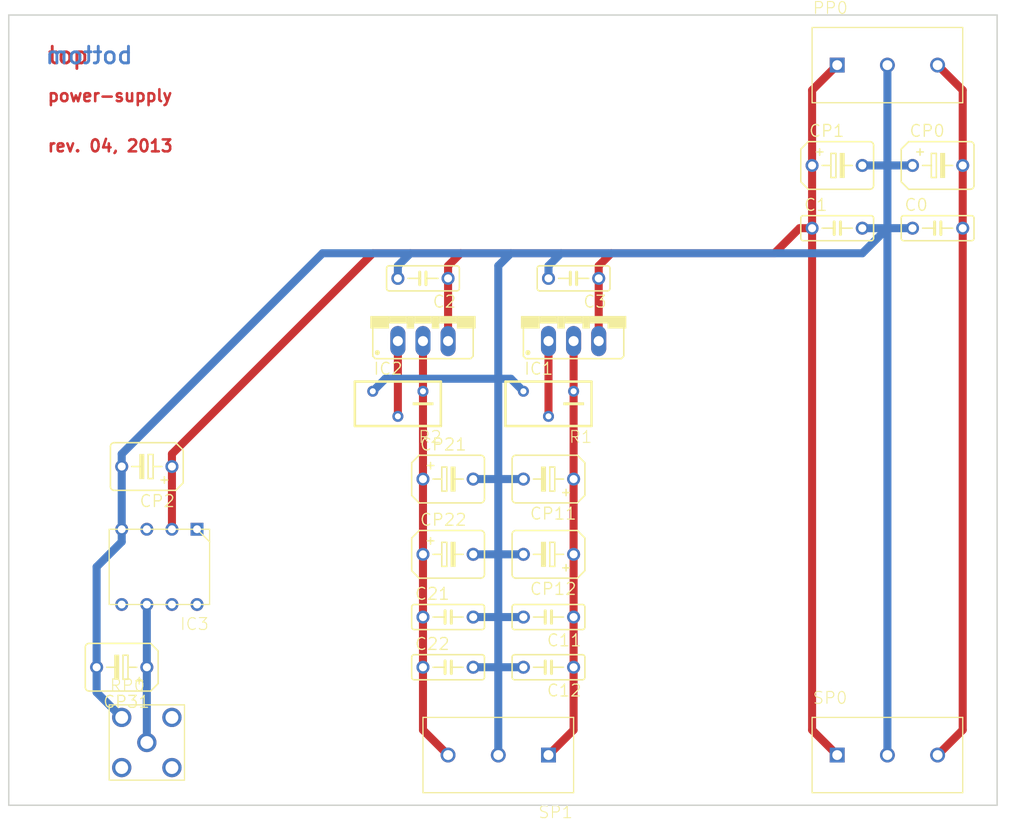
<source format=kicad_pcb>
(kicad_pcb (version 20171130) (host pcbnew 6.0.0-rc1-unknown-7a10feb~66~ubuntu14.04.1)

  (general
    (thickness 1.6)
    (drawings 9)
    (tracks 85)
    (zones 0)
    (modules 25)
    (nets 11)
  )

  (page A4)
  (layers
    (0 Top signal)
    (31 Bottom signal)
    (32 B.Adhes user)
    (33 F.Adhes user)
    (34 B.Paste user)
    (35 F.Paste user)
    (36 B.SilkS user)
    (37 F.SilkS user)
    (38 B.Mask user)
    (39 F.Mask user)
    (40 Dwgs.User user)
    (41 Cmts.User user)
    (42 Eco1.User user)
    (43 Eco2.User user)
    (44 Edge.Cuts user)
    (45 Margin user)
    (46 B.CrtYd user)
    (47 F.CrtYd user)
    (48 B.Fab user)
    (49 F.Fab user)
  )

  (setup
    (last_trace_width 0.25)
    (trace_clearance 0.2)
    (zone_clearance 0.508)
    (zone_45_only no)
    (trace_min 0.2)
    (via_size 0.8)
    (via_drill 0.4)
    (via_min_size 0.4)
    (via_min_drill 0.3)
    (uvia_size 0.3)
    (uvia_drill 0.1)
    (uvias_allowed no)
    (uvia_min_size 0.2)
    (uvia_min_drill 0.1)
    (edge_width 0.05)
    (segment_width 0.2)
    (pcb_text_width 0.3)
    (pcb_text_size 1.5 1.5)
    (mod_edge_width 0.12)
    (mod_text_size 1 1)
    (mod_text_width 0.15)
    (pad_size 1.524 1.524)
    (pad_drill 0.762)
    (pad_to_mask_clearance 0.2)
    (aux_axis_origin 0 0)
    (visible_elements FFFFFF7F)
    (pcbplotparams
      (layerselection 0x010fc_ffffffff)
      (usegerberextensions false)
      (usegerberattributes false)
      (usegerberadvancedattributes false)
      (creategerberjobfile false)
      (excludeedgelayer true)
      (linewidth 0.100000)
      (plotframeref false)
      (viasonmask false)
      (mode 1)
      (useauxorigin false)
      (hpglpennumber 1)
      (hpglpenspeed 20)
      (hpglpendiameter 15.000000)
      (psnegative false)
      (psa4output false)
      (plotreference true)
      (plotvalue true)
      (plotinvisibletext false)
      (padsonsilk false)
      (subtractmaskfromsilk false)
      (outputformat 1)
      (mirror false)
      (drillshape 1)
      (scaleselection 1)
      (outputdirectory ""))
  )

  (net 0 "")
  (net 1 +15V)
  (net 2 -15V)
  (net 3 GND)
  (net 4 +3V3)
  (net 5 +5V)
  (net 6 +5V/1)
  (net 7 "Net-(IC3-PadTRIM$5)")
  (net 8 "Net-(IC3-PadNR$3)")
  (net 9 "Net-(IC1-Pad1)")
  (net 10 "Net-(IC2-Pad1)")

  (net_class Default "This is the default net class."
    (clearance 0.2)
    (trace_width 0.25)
    (via_dia 0.8)
    (via_drill 0.4)
    (uvia_dia 0.3)
    (uvia_drill 0.1)
    (add_net +15V)
    (add_net +3V3)
    (add_net +5V)
    (add_net +5V/1)
    (add_net -15V)
    (add_net GND)
    (add_net "Net-(IC1-Pad1)")
    (add_net "Net-(IC2-Pad1)")
    (add_net "Net-(IC3-PadNR$3)")
    (add_net "Net-(IC3-PadTRIM$5)")
  )

  (module power-supply:PDIP-8 (layer Top) (tedit 0) (tstamp 5B7C8B61)
    (at 113.7411 120.8736 180)
    (path /B33006915ED25CA7)
    (fp_text reference IC3 (at -5.08 -5.08 180) (layer F.SilkS)
      (effects (font (size 1.2065 1.2065) (thickness 0.1016)) (justify right top))
    )
    (fp_text value VREF-REF02-MAX6350 (at -5.08 6.35 180) (layer F.Fab)
      (effects (font (size 1.2065 1.2065) (thickness 0.1016)) (justify right top))
    )
    (fp_line (start -5.08 2.54) (end -3.81 3.81) (layer F.SilkS) (width 0.127))
    (fp_line (start -5.08 2.54) (end -5.08 -3.81) (layer F.SilkS) (width 0.127))
    (fp_line (start -5.08 3.81) (end -5.08 2.54) (layer F.SilkS) (width 0.127))
    (fp_line (start -3.81 3.81) (end -5.08 3.81) (layer F.SilkS) (width 0.127))
    (fp_line (start 5.08 3.81) (end -3.81 3.81) (layer F.SilkS) (width 0.127))
    (fp_line (start 5.08 -3.81) (end 5.08 3.81) (layer F.SilkS) (width 0.127))
    (fp_line (start -5.08 -3.81) (end 5.08 -3.81) (layer F.SilkS) (width 0.127))
    (pad N.C.$8 thru_hole circle (at -3.81 -3.81 180) (size 1.308 1.308) (drill 0.8) (layers *.Cu *.Mask)
      (solder_mask_margin 0.1016))
    (pad N.C.$7 thru_hole circle (at -1.27 -3.81 180) (size 1.308 1.308) (drill 0.8) (layers *.Cu *.Mask)
      (solder_mask_margin 0.1016))
    (pad V_OUT$6 thru_hole circle (at 1.27 -3.81 180) (size 1.308 1.308) (drill 0.8) (layers *.Cu *.Mask)
      (net 6 +5V/1) (solder_mask_margin 0.1016))
    (pad TRIM$5 thru_hole circle (at 3.81 -3.81 180) (size 1.308 1.308) (drill 0.8) (layers *.Cu *.Mask)
      (net 7 "Net-(IC3-PadTRIM$5)") (solder_mask_margin 0.1016))
    (pad N.C.$1 thru_hole rect (at -3.81 3.81 180) (size 1.308 1.308) (drill 0.8) (layers *.Cu *.Mask)
      (solder_mask_margin 0.1016))
    (pad V_IN$2 thru_hole circle (at -1.27 3.81 180) (size 1.308 1.308) (drill 0.8) (layers *.Cu *.Mask)
      (net 1 +15V) (solder_mask_margin 0.1016))
    (pad NR$3 thru_hole circle (at 1.27 3.81 180) (size 1.308 1.308) (drill 0.8) (layers *.Cu *.Mask)
      (net 8 "Net-(IC3-PadNR$3)") (solder_mask_margin 0.1016))
    (pad GND$4 thru_hole circle (at 3.81 3.81 180) (size 1.308 1.308) (drill 0.8) (layers *.Cu *.Mask)
      (net 3 GND) (solder_mask_margin 0.1016))
  )

  (module power-supply:B-30 (layer Top) (tedit 0) (tstamp 5B7C8B73)
    (at 112.4711 138.6536)
    (path /5401BC33185282E2)
    (fp_text reference RP0 (at -3.81 -5.08) (layer F.SilkS)
      (effects (font (size 1.2065 1.2065) (thickness 0.1016)) (justify left bottom))
    )
    (fp_text value SMB-50OHM (at -3.81 6.35) (layer F.Fab)
      (effects (font (size 1.2065 1.2065) (thickness 0.1016)) (justify left bottom))
    )
    (fp_line (start -3.81 3.81) (end -3.81 -3.81) (layer F.SilkS) (width 0.127))
    (fp_line (start 3.81 3.81) (end -3.81 3.81) (layer F.SilkS) (width 0.127))
    (fp_line (start 3.81 -3.81) (end 3.81 3.81) (layer F.SilkS) (width 0.127))
    (fp_line (start -3.81 -3.81) (end 3.81 -3.81) (layer F.SilkS) (width 0.127))
    (pad P$5 thru_hole circle (at 2.54 -2.54) (size 1.95 1.95) (drill 1.3) (layers *.Cu *.Mask)
      (net 3 GND) (solder_mask_margin 0.1016))
    (pad P$4 thru_hole circle (at 2.54 2.54) (size 1.95 1.95) (drill 1.3) (layers *.Cu *.Mask)
      (net 3 GND) (solder_mask_margin 0.1016))
    (pad P$3 thru_hole circle (at -2.54 2.54) (size 1.95 1.95) (drill 1.3) (layers *.Cu *.Mask)
      (net 3 GND) (solder_mask_margin 0.1016))
    (pad P$2 thru_hole circle (at -2.54 -2.54) (size 1.95 1.95) (drill 1.3) (layers *.Cu *.Mask)
      (net 3 GND) (solder_mask_margin 0.1016))
    (pad P$1 thru_hole circle (at 0 0) (size 1.95 1.95) (drill 1.3) (layers *.Cu *.Mask)
      (net 6 +5V/1) (solder_mask_margin 0.1016))
  )

  (module power-supply:WAGO-3 (layer Top) (tedit 0) (tstamp 5B7C8B7F)
    (at 187.4011 139.9236)
    (path /8B95E7F162F13113)
    (fp_text reference SP0 (at -7.62 -5.08) (layer F.SilkS)
      (effects (font (size 1.2065 1.2065) (thickness 0.1016)) (justify left bottom))
    )
    (fp_text value WAGO-3 (at -7.62 6.35) (layer F.Fab)
      (effects (font (size 1.2065 1.2065) (thickness 0.1016)) (justify left bottom))
    )
    (fp_line (start 7.62 -3.81) (end -7.62 -3.81) (layer F.SilkS) (width 0.127))
    (fp_line (start 7.62 3.81) (end 7.62 -3.81) (layer F.SilkS) (width 0.127))
    (fp_line (start -7.62 3.81) (end 7.62 3.81) (layer F.SilkS) (width 0.127))
    (fp_line (start -7.62 -3.81) (end -7.62 3.81) (layer F.SilkS) (width 0.127))
    (pad P$3 thru_hole circle (at 5.08 0 180) (size 1.508 1.508) (drill 1) (layers *.Cu *.Mask)
      (net 2 -15V) (solder_mask_margin 0.1016))
    (pad P$1 thru_hole rect (at -5.08 0 180) (size 1.508 1.508) (drill 1) (layers *.Cu *.Mask)
      (net 1 +15V) (solder_mask_margin 0.1016))
    (pad P$2 thru_hole circle (at 0 0 180) (size 1.508 1.508) (drill 1) (layers *.Cu *.Mask)
      (net 3 GND) (solder_mask_margin 0.1016))
  )

  (module power-supply:WAGO-3 (layer Top) (tedit 0) (tstamp 5B7C8B89)
    (at 148.0311 139.9236 180)
    (path /AA76E99B8A50F2F1)
    (fp_text reference SP1 (at -7.62 -5.08 180) (layer F.SilkS)
      (effects (font (size 1.2065 1.2065) (thickness 0.1016)) (justify right top))
    )
    (fp_text value WAGO-3 (at -7.62 6.35 180) (layer F.Fab)
      (effects (font (size 1.2065 1.2065) (thickness 0.1016)) (justify right top))
    )
    (fp_line (start 7.62 -3.81) (end -7.62 -3.81) (layer F.SilkS) (width 0.127))
    (fp_line (start 7.62 3.81) (end 7.62 -3.81) (layer F.SilkS) (width 0.127))
    (fp_line (start -7.62 3.81) (end 7.62 3.81) (layer F.SilkS) (width 0.127))
    (fp_line (start -7.62 -3.81) (end -7.62 3.81) (layer F.SilkS) (width 0.127))
    (pad P$3 thru_hole circle (at 5.08 0) (size 1.508 1.508) (drill 1) (layers *.Cu *.Mask)
      (net 4 +3V3) (solder_mask_margin 0.1016))
    (pad P$1 thru_hole rect (at -5.08 0) (size 1.508 1.508) (drill 1) (layers *.Cu *.Mask)
      (net 5 +5V) (solder_mask_margin 0.1016))
    (pad P$2 thru_hole circle (at 0 0) (size 1.508 1.508) (drill 1) (layers *.Cu *.Mask)
      (net 3 GND) (solder_mask_margin 0.1016))
  )

  (module power-supply:WAGO-3 (layer Top) (tedit 0) (tstamp 5B7C8B93)
    (at 187.4011 70.0736)
    (path /CCDF129A403579FA)
    (fp_text reference PP0 (at -7.62 -5.08) (layer F.SilkS)
      (effects (font (size 1.2065 1.2065) (thickness 0.1016)) (justify left bottom))
    )
    (fp_text value WAGO-3 (at -7.62 6.35) (layer F.Fab)
      (effects (font (size 1.2065 1.2065) (thickness 0.1016)) (justify left bottom))
    )
    (fp_line (start 7.62 -3.81) (end -7.62 -3.81) (layer F.SilkS) (width 0.127))
    (fp_line (start 7.62 3.81) (end 7.62 -3.81) (layer F.SilkS) (width 0.127))
    (fp_line (start -7.62 3.81) (end 7.62 3.81) (layer F.SilkS) (width 0.127))
    (fp_line (start -7.62 -3.81) (end -7.62 3.81) (layer F.SilkS) (width 0.127))
    (pad P$3 thru_hole circle (at 5.08 0 180) (size 1.508 1.508) (drill 1) (layers *.Cu *.Mask)
      (net 2 -15V) (solder_mask_margin 0.1016))
    (pad P$1 thru_hole rect (at -5.08 0 180) (size 1.508 1.508) (drill 1) (layers *.Cu *.Mask)
      (net 1 +15V) (solder_mask_margin 0.1016))
    (pad P$2 thru_hole circle (at 0 0 180) (size 1.508 1.508) (drill 1) (layers *.Cu *.Mask)
      (net 3 GND) (solder_mask_margin 0.1016))
  )

  (module power-supply:RTRIM3296Y (layer Top) (tedit 0) (tstamp 5B7C8B9D)
    (at 153.1111 104.3636 90)
    (descr "<b>Trimm resistor</b> BOURNS<p>")
    (path /42E73D374B3B8125)
    (fp_text reference R1 (at -2.65 4.5 180) (layer F.SilkS)
      (effects (font (size 1.2065 1.2065) (thickness 0.1016)) (justify right top))
    )
    (fp_text value 1k (at 3.95 4.5 180) (layer F.Fab)
      (effects (font (size 1.2065 1.2065) (thickness 0.1016)) (justify right top))
    )
    (fp_poly (pts (xy -0.15 3.6) (xy 0.15 3.6) (xy 0.15 1.5) (xy -0.15 1.5)) (layer F.SilkS) (width 0))
    (fp_circle (center 0 2.55) (end 1.1011 2.55) (layer F.Fab) (width 0.1524))
    (fp_line (start -2.25 4.35) (end -2.25 -4.35) (layer F.SilkS) (width 0.254))
    (fp_line (start 2.25 4.35) (end -2.25 4.35) (layer F.SilkS) (width 0.254))
    (fp_line (start 2.25 -4.35) (end 2.25 4.35) (layer F.SilkS) (width 0.254))
    (fp_line (start -2.25 -4.35) (end 2.25 -4.35) (layer F.SilkS) (width 0.254))
    (pad 3 thru_hole circle (at 1.27 -2.54 90) (size 1.1176 1.1176) (drill 0.6096) (layers *.Cu *.Mask)
      (net 3 GND) (solder_mask_margin 0.1016))
    (pad 2 thru_hole circle (at -1.27 0 90) (size 1.1176 1.1176) (drill 0.6096) (layers *.Cu *.Mask)
      (net 9 "Net-(IC1-Pad1)") (solder_mask_margin 0.1016))
    (pad 1 thru_hole circle (at 1.27 2.54 90) (size 1.1176 1.1176) (drill 0.6096) (layers *.Cu *.Mask)
      (net 5 +5V) (solder_mask_margin 0.1016))
  )

  (module power-supply:RTRIM3296Y (layer Top) (tedit 0) (tstamp 5B7C8BA9)
    (at 137.8711 104.3636 90)
    (descr "<b>Trimm resistor</b> BOURNS<p>")
    (path /739C9E2D733DB3B0)
    (fp_text reference R2 (at -2.65 4.5 180) (layer F.SilkS)
      (effects (font (size 1.2065 1.2065) (thickness 0.1016)) (justify right top))
    )
    (fp_text value 1k (at 3.95 4.5 180) (layer F.Fab)
      (effects (font (size 1.2065 1.2065) (thickness 0.1016)) (justify right top))
    )
    (fp_poly (pts (xy -0.15 3.6) (xy 0.15 3.6) (xy 0.15 1.5) (xy -0.15 1.5)) (layer F.SilkS) (width 0))
    (fp_circle (center 0 2.55) (end 1.1011 2.55) (layer F.Fab) (width 0.1524))
    (fp_line (start -2.25 4.35) (end -2.25 -4.35) (layer F.SilkS) (width 0.254))
    (fp_line (start 2.25 4.35) (end -2.25 4.35) (layer F.SilkS) (width 0.254))
    (fp_line (start 2.25 -4.35) (end 2.25 4.35) (layer F.SilkS) (width 0.254))
    (fp_line (start -2.25 -4.35) (end 2.25 -4.35) (layer F.SilkS) (width 0.254))
    (pad 3 thru_hole circle (at 1.27 -2.54 90) (size 1.1176 1.1176) (drill 0.6096) (layers *.Cu *.Mask)
      (net 3 GND) (solder_mask_margin 0.1016))
    (pad 2 thru_hole circle (at -1.27 0 90) (size 1.1176 1.1176) (drill 0.6096) (layers *.Cu *.Mask)
      (net 10 "Net-(IC2-Pad1)") (solder_mask_margin 0.1016))
    (pad 1 thru_hole circle (at 1.27 2.54 90) (size 1.1176 1.1176) (drill 0.6096) (layers *.Cu *.Mask)
      (net 4 +3V3) (solder_mask_margin 0.1016))
  )

  (module power-supply:B45181B (layer Top) (tedit 0) (tstamp 5B7C8BB5)
    (at 192.4811 80.2336)
    (descr "<b>ELECTROLYTIC CAPACITOR</b><p>\nbody 7.6 x 5 mm, rectangle, grid 5.08 mm")
    (path /7BF03055E16221DD)
    (fp_text reference CP0 (at -2.921 -2.794) (layer F.SilkS)
      (effects (font (size 1.2065 1.2065) (thickness 0.127)) (justify left bottom))
    )
    (fp_text value 10uF (at 4.191 1.651) (layer F.Fab)
      (effects (font (size 1.2065 1.2065) (thickness 0.127)) (justify left bottom))
    )
    (fp_poly (pts (xy 0.254 1.27) (xy 0.762 1.27) (xy 0.762 -1.27) (xy 0.254 -1.27)) (layer F.SilkS) (width 0))
    (fp_arc (start 3.302 2.032) (end 3.302 2.413) (angle -90) (layer F.SilkS) (width 0.1524))
    (fp_arc (start 3.302 -2.032) (end 3.302 -2.413) (angle 90) (layer F.SilkS) (width 0.1524))
    (fp_line (start -3.683 -1.651) (end -3.683 1.651) (layer F.SilkS) (width 0.1524))
    (fp_line (start -2.921 2.413) (end -3.683 1.651) (layer F.SilkS) (width 0.1524))
    (fp_line (start 0.635 0) (end 1.524 0) (layer F.SilkS) (width 0.1524))
    (fp_line (start -0.635 -1.2192) (end -0.635 0) (layer F.SilkS) (width 0.1524))
    (fp_line (start -0.127 -1.2192) (end -0.635 -1.2192) (layer F.SilkS) (width 0.1524))
    (fp_line (start -0.127 1.2192) (end -0.127 -1.2192) (layer F.SilkS) (width 0.1524))
    (fp_line (start -0.635 1.2192) (end -0.127 1.2192) (layer F.SilkS) (width 0.1524))
    (fp_line (start -0.635 0) (end -0.635 1.2192) (layer F.SilkS) (width 0.1524))
    (fp_line (start -1.524 0) (end -0.635 0) (layer F.SilkS) (width 0.1524))
    (fp_line (start -1.4478 -1.3716) (end -2.1082 -1.3716) (layer F.SilkS) (width 0.1524))
    (fp_line (start -1.778 -1.6764) (end -1.778 -1.0414) (layer F.SilkS) (width 0.1524))
    (fp_line (start -3.683 -1.651) (end -2.921 -2.413) (layer F.SilkS) (width 0.1524))
    (fp_line (start -2.921 2.413) (end 3.302 2.413) (layer F.SilkS) (width 0.1524))
    (fp_line (start 3.683 -2.032) (end 3.683 2.032) (layer F.SilkS) (width 0.1524))
    (fp_line (start 3.302 -2.413) (end -2.921 -2.413) (layer F.SilkS) (width 0.1524))
    (pad - thru_hole circle (at 2.54 0) (size 1.3208 1.3208) (drill 0.8128) (layers *.Cu *.Mask)
      (net 2 -15V) (solder_mask_margin 0.1016))
    (pad + thru_hole circle (at -2.54 0) (size 1.3208 1.3208) (drill 0.8128) (layers *.Cu *.Mask)
      (net 3 GND) (solder_mask_margin 0.1016))
  )

  (module power-supply:B45181B (layer Top) (tedit 0) (tstamp 5B7C8BCC)
    (at 182.3211 80.2336)
    (descr "<b>ELECTROLYTIC CAPACITOR</b><p>\nbody 7.6 x 5 mm, rectangle, grid 5.08 mm")
    (path /628E0C645BBBACCB)
    (fp_text reference CP1 (at -2.921 -2.794) (layer F.SilkS)
      (effects (font (size 1.2065 1.2065) (thickness 0.127)) (justify left bottom))
    )
    (fp_text value 10uF (at 4.191 1.651) (layer F.Fab)
      (effects (font (size 1.2065 1.2065) (thickness 0.127)) (justify left bottom))
    )
    (fp_poly (pts (xy 0.254 1.27) (xy 0.762 1.27) (xy 0.762 -1.27) (xy 0.254 -1.27)) (layer F.SilkS) (width 0))
    (fp_arc (start 3.302 2.032) (end 3.302 2.413) (angle -90) (layer F.SilkS) (width 0.1524))
    (fp_arc (start 3.302 -2.032) (end 3.302 -2.413) (angle 90) (layer F.SilkS) (width 0.1524))
    (fp_line (start -3.683 -1.651) (end -3.683 1.651) (layer F.SilkS) (width 0.1524))
    (fp_line (start -2.921 2.413) (end -3.683 1.651) (layer F.SilkS) (width 0.1524))
    (fp_line (start 0.635 0) (end 1.524 0) (layer F.SilkS) (width 0.1524))
    (fp_line (start -0.635 -1.2192) (end -0.635 0) (layer F.SilkS) (width 0.1524))
    (fp_line (start -0.127 -1.2192) (end -0.635 -1.2192) (layer F.SilkS) (width 0.1524))
    (fp_line (start -0.127 1.2192) (end -0.127 -1.2192) (layer F.SilkS) (width 0.1524))
    (fp_line (start -0.635 1.2192) (end -0.127 1.2192) (layer F.SilkS) (width 0.1524))
    (fp_line (start -0.635 0) (end -0.635 1.2192) (layer F.SilkS) (width 0.1524))
    (fp_line (start -1.524 0) (end -0.635 0) (layer F.SilkS) (width 0.1524))
    (fp_line (start -1.4478 -1.3716) (end -2.1082 -1.3716) (layer F.SilkS) (width 0.1524))
    (fp_line (start -1.778 -1.6764) (end -1.778 -1.0414) (layer F.SilkS) (width 0.1524))
    (fp_line (start -3.683 -1.651) (end -2.921 -2.413) (layer F.SilkS) (width 0.1524))
    (fp_line (start -2.921 2.413) (end 3.302 2.413) (layer F.SilkS) (width 0.1524))
    (fp_line (start 3.683 -2.032) (end 3.683 2.032) (layer F.SilkS) (width 0.1524))
    (fp_line (start 3.302 -2.413) (end -2.921 -2.413) (layer F.SilkS) (width 0.1524))
    (pad - thru_hole circle (at 2.54 0) (size 1.3208 1.3208) (drill 0.8128) (layers *.Cu *.Mask)
      (net 3 GND) (solder_mask_margin 0.1016))
    (pad + thru_hole circle (at -2.54 0) (size 1.3208 1.3208) (drill 0.8128) (layers *.Cu *.Mask)
      (net 1 +15V) (solder_mask_margin 0.1016))
  )

  (module power-supply:B45181B (layer Top) (tedit 0) (tstamp 5B7C8BE3)
    (at 112.4711 110.7136 180)
    (descr "<b>ELECTROLYTIC CAPACITOR</b><p>\nbody 7.6 x 5 mm, rectangle, grid 5.08 mm")
    (path /232373E5A61855FA)
    (fp_text reference CP2 (at -2.921 -2.794 180) (layer F.SilkS)
      (effects (font (size 1.2065 1.2065) (thickness 0.127)) (justify right top))
    )
    (fp_text value 2.2uF (at 4.191 1.651 180) (layer F.Fab)
      (effects (font (size 1.2065 1.2065) (thickness 0.127)) (justify right top))
    )
    (fp_poly (pts (xy 0.254 1.27) (xy 0.762 1.27) (xy 0.762 -1.27) (xy 0.254 -1.27)) (layer F.SilkS) (width 0))
    (fp_arc (start 3.302 2.032) (end 3.302 2.413) (angle -90) (layer F.SilkS) (width 0.1524))
    (fp_arc (start 3.302 -2.032) (end 3.302 -2.413) (angle 90) (layer F.SilkS) (width 0.1524))
    (fp_line (start -3.683 -1.651) (end -3.683 1.651) (layer F.SilkS) (width 0.1524))
    (fp_line (start -2.921 2.413) (end -3.683 1.651) (layer F.SilkS) (width 0.1524))
    (fp_line (start 0.635 0) (end 1.524 0) (layer F.SilkS) (width 0.1524))
    (fp_line (start -0.635 -1.2192) (end -0.635 0) (layer F.SilkS) (width 0.1524))
    (fp_line (start -0.127 -1.2192) (end -0.635 -1.2192) (layer F.SilkS) (width 0.1524))
    (fp_line (start -0.127 1.2192) (end -0.127 -1.2192) (layer F.SilkS) (width 0.1524))
    (fp_line (start -0.635 1.2192) (end -0.127 1.2192) (layer F.SilkS) (width 0.1524))
    (fp_line (start -0.635 0) (end -0.635 1.2192) (layer F.SilkS) (width 0.1524))
    (fp_line (start -1.524 0) (end -0.635 0) (layer F.SilkS) (width 0.1524))
    (fp_line (start -1.4478 -1.3716) (end -2.1082 -1.3716) (layer F.SilkS) (width 0.1524))
    (fp_line (start -1.778 -1.6764) (end -1.778 -1.0414) (layer F.SilkS) (width 0.1524))
    (fp_line (start -3.683 -1.651) (end -2.921 -2.413) (layer F.SilkS) (width 0.1524))
    (fp_line (start -2.921 2.413) (end 3.302 2.413) (layer F.SilkS) (width 0.1524))
    (fp_line (start 3.683 -2.032) (end 3.683 2.032) (layer F.SilkS) (width 0.1524))
    (fp_line (start 3.302 -2.413) (end -2.921 -2.413) (layer F.SilkS) (width 0.1524))
    (pad - thru_hole circle (at 2.54 0 180) (size 1.3208 1.3208) (drill 0.8128) (layers *.Cu *.Mask)
      (net 3 GND) (solder_mask_margin 0.1016))
    (pad + thru_hole circle (at -2.54 0 180) (size 1.3208 1.3208) (drill 0.8128) (layers *.Cu *.Mask)
      (net 1 +15V) (solder_mask_margin 0.1016))
  )

  (module power-supply:B45181B (layer Top) (tedit 0) (tstamp 5B7C8BFA)
    (at 153.1111 111.9836 180)
    (descr "<b>ELECTROLYTIC CAPACITOR</b><p>\nbody 7.6 x 5 mm, rectangle, grid 5.08 mm")
    (path /5AE160A2572782C5)
    (fp_text reference CP11 (at -2.921 -2.794 180) (layer F.SilkS)
      (effects (font (size 1.2065 1.2065) (thickness 0.127)) (justify right top))
    )
    (fp_text value 10uF (at 4.191 1.651 180) (layer F.Fab)
      (effects (font (size 1.2065 1.2065) (thickness 0.127)) (justify right top))
    )
    (fp_poly (pts (xy 0.254 1.27) (xy 0.762 1.27) (xy 0.762 -1.27) (xy 0.254 -1.27)) (layer F.SilkS) (width 0))
    (fp_arc (start 3.302 2.032) (end 3.302 2.413) (angle -90) (layer F.SilkS) (width 0.1524))
    (fp_arc (start 3.302 -2.032) (end 3.302 -2.413) (angle 90) (layer F.SilkS) (width 0.1524))
    (fp_line (start -3.683 -1.651) (end -3.683 1.651) (layer F.SilkS) (width 0.1524))
    (fp_line (start -2.921 2.413) (end -3.683 1.651) (layer F.SilkS) (width 0.1524))
    (fp_line (start 0.635 0) (end 1.524 0) (layer F.SilkS) (width 0.1524))
    (fp_line (start -0.635 -1.2192) (end -0.635 0) (layer F.SilkS) (width 0.1524))
    (fp_line (start -0.127 -1.2192) (end -0.635 -1.2192) (layer F.SilkS) (width 0.1524))
    (fp_line (start -0.127 1.2192) (end -0.127 -1.2192) (layer F.SilkS) (width 0.1524))
    (fp_line (start -0.635 1.2192) (end -0.127 1.2192) (layer F.SilkS) (width 0.1524))
    (fp_line (start -0.635 0) (end -0.635 1.2192) (layer F.SilkS) (width 0.1524))
    (fp_line (start -1.524 0) (end -0.635 0) (layer F.SilkS) (width 0.1524))
    (fp_line (start -1.4478 -1.3716) (end -2.1082 -1.3716) (layer F.SilkS) (width 0.1524))
    (fp_line (start -1.778 -1.6764) (end -1.778 -1.0414) (layer F.SilkS) (width 0.1524))
    (fp_line (start -3.683 -1.651) (end -2.921 -2.413) (layer F.SilkS) (width 0.1524))
    (fp_line (start -2.921 2.413) (end 3.302 2.413) (layer F.SilkS) (width 0.1524))
    (fp_line (start 3.683 -2.032) (end 3.683 2.032) (layer F.SilkS) (width 0.1524))
    (fp_line (start 3.302 -2.413) (end -2.921 -2.413) (layer F.SilkS) (width 0.1524))
    (pad - thru_hole circle (at 2.54 0 180) (size 1.3208 1.3208) (drill 0.8128) (layers *.Cu *.Mask)
      (net 3 GND) (solder_mask_margin 0.1016))
    (pad + thru_hole circle (at -2.54 0 180) (size 1.3208 1.3208) (drill 0.8128) (layers *.Cu *.Mask)
      (net 5 +5V) (solder_mask_margin 0.1016))
  )

  (module power-supply:B45181B (layer Top) (tedit 0) (tstamp 5B7C8C11)
    (at 153.1111 119.6036 180)
    (descr "<b>ELECTROLYTIC CAPACITOR</b><p>\nbody 7.6 x 5 mm, rectangle, grid 5.08 mm")
    (path /77F0D225A07F581B)
    (fp_text reference CP12 (at -2.921 -2.794 180) (layer F.SilkS)
      (effects (font (size 1.2065 1.2065) (thickness 0.127)) (justify right top))
    )
    (fp_text value 10uF (at 4.191 1.651 180) (layer F.Fab)
      (effects (font (size 1.2065 1.2065) (thickness 0.127)) (justify right top))
    )
    (fp_poly (pts (xy 0.254 1.27) (xy 0.762 1.27) (xy 0.762 -1.27) (xy 0.254 -1.27)) (layer F.SilkS) (width 0))
    (fp_arc (start 3.302 2.032) (end 3.302 2.413) (angle -90) (layer F.SilkS) (width 0.1524))
    (fp_arc (start 3.302 -2.032) (end 3.302 -2.413) (angle 90) (layer F.SilkS) (width 0.1524))
    (fp_line (start -3.683 -1.651) (end -3.683 1.651) (layer F.SilkS) (width 0.1524))
    (fp_line (start -2.921 2.413) (end -3.683 1.651) (layer F.SilkS) (width 0.1524))
    (fp_line (start 0.635 0) (end 1.524 0) (layer F.SilkS) (width 0.1524))
    (fp_line (start -0.635 -1.2192) (end -0.635 0) (layer F.SilkS) (width 0.1524))
    (fp_line (start -0.127 -1.2192) (end -0.635 -1.2192) (layer F.SilkS) (width 0.1524))
    (fp_line (start -0.127 1.2192) (end -0.127 -1.2192) (layer F.SilkS) (width 0.1524))
    (fp_line (start -0.635 1.2192) (end -0.127 1.2192) (layer F.SilkS) (width 0.1524))
    (fp_line (start -0.635 0) (end -0.635 1.2192) (layer F.SilkS) (width 0.1524))
    (fp_line (start -1.524 0) (end -0.635 0) (layer F.SilkS) (width 0.1524))
    (fp_line (start -1.4478 -1.3716) (end -2.1082 -1.3716) (layer F.SilkS) (width 0.1524))
    (fp_line (start -1.778 -1.6764) (end -1.778 -1.0414) (layer F.SilkS) (width 0.1524))
    (fp_line (start -3.683 -1.651) (end -2.921 -2.413) (layer F.SilkS) (width 0.1524))
    (fp_line (start -2.921 2.413) (end 3.302 2.413) (layer F.SilkS) (width 0.1524))
    (fp_line (start 3.683 -2.032) (end 3.683 2.032) (layer F.SilkS) (width 0.1524))
    (fp_line (start 3.302 -2.413) (end -2.921 -2.413) (layer F.SilkS) (width 0.1524))
    (pad - thru_hole circle (at 2.54 0 180) (size 1.3208 1.3208) (drill 0.8128) (layers *.Cu *.Mask)
      (net 3 GND) (solder_mask_margin 0.1016))
    (pad + thru_hole circle (at -2.54 0 180) (size 1.3208 1.3208) (drill 0.8128) (layers *.Cu *.Mask)
      (net 5 +5V) (solder_mask_margin 0.1016))
  )

  (module power-supply:B45181B (layer Top) (tedit 0) (tstamp 5B7C8C28)
    (at 142.9511 111.9836)
    (descr "<b>ELECTROLYTIC CAPACITOR</b><p>\nbody 7.6 x 5 mm, rectangle, grid 5.08 mm")
    (path /3A44C884912EDEBC)
    (fp_text reference CP21 (at -2.921 -2.794) (layer F.SilkS)
      (effects (font (size 1.2065 1.2065) (thickness 0.127)) (justify left bottom))
    )
    (fp_text value 10uF (at 4.191 1.651) (layer F.Fab)
      (effects (font (size 1.2065 1.2065) (thickness 0.127)) (justify left bottom))
    )
    (fp_poly (pts (xy 0.254 1.27) (xy 0.762 1.27) (xy 0.762 -1.27) (xy 0.254 -1.27)) (layer F.SilkS) (width 0))
    (fp_arc (start 3.302 2.032) (end 3.302 2.413) (angle -90) (layer F.SilkS) (width 0.1524))
    (fp_arc (start 3.302 -2.032) (end 3.302 -2.413) (angle 90) (layer F.SilkS) (width 0.1524))
    (fp_line (start -3.683 -1.651) (end -3.683 1.651) (layer F.SilkS) (width 0.1524))
    (fp_line (start -2.921 2.413) (end -3.683 1.651) (layer F.SilkS) (width 0.1524))
    (fp_line (start 0.635 0) (end 1.524 0) (layer F.SilkS) (width 0.1524))
    (fp_line (start -0.635 -1.2192) (end -0.635 0) (layer F.SilkS) (width 0.1524))
    (fp_line (start -0.127 -1.2192) (end -0.635 -1.2192) (layer F.SilkS) (width 0.1524))
    (fp_line (start -0.127 1.2192) (end -0.127 -1.2192) (layer F.SilkS) (width 0.1524))
    (fp_line (start -0.635 1.2192) (end -0.127 1.2192) (layer F.SilkS) (width 0.1524))
    (fp_line (start -0.635 0) (end -0.635 1.2192) (layer F.SilkS) (width 0.1524))
    (fp_line (start -1.524 0) (end -0.635 0) (layer F.SilkS) (width 0.1524))
    (fp_line (start -1.4478 -1.3716) (end -2.1082 -1.3716) (layer F.SilkS) (width 0.1524))
    (fp_line (start -1.778 -1.6764) (end -1.778 -1.0414) (layer F.SilkS) (width 0.1524))
    (fp_line (start -3.683 -1.651) (end -2.921 -2.413) (layer F.SilkS) (width 0.1524))
    (fp_line (start -2.921 2.413) (end 3.302 2.413) (layer F.SilkS) (width 0.1524))
    (fp_line (start 3.683 -2.032) (end 3.683 2.032) (layer F.SilkS) (width 0.1524))
    (fp_line (start 3.302 -2.413) (end -2.921 -2.413) (layer F.SilkS) (width 0.1524))
    (pad - thru_hole circle (at 2.54 0) (size 1.3208 1.3208) (drill 0.8128) (layers *.Cu *.Mask)
      (net 3 GND) (solder_mask_margin 0.1016))
    (pad + thru_hole circle (at -2.54 0) (size 1.3208 1.3208) (drill 0.8128) (layers *.Cu *.Mask)
      (net 4 +3V3) (solder_mask_margin 0.1016))
  )

  (module power-supply:B45181B (layer Top) (tedit 0) (tstamp 5B7C8C3F)
    (at 109.9311 131.0336 180)
    (descr "<b>ELECTROLYTIC CAPACITOR</b><p>\nbody 7.6 x 5 mm, rectangle, grid 5.08 mm")
    (path /861E4BF0E1A32566)
    (fp_text reference CP31 (at -2.921 -2.794 180) (layer F.SilkS)
      (effects (font (size 1.2065 1.2065) (thickness 0.127)) (justify right top))
    )
    (fp_text value 2.2uF (at 4.191 1.651 180) (layer F.Fab)
      (effects (font (size 1.2065 1.2065) (thickness 0.127)) (justify right top))
    )
    (fp_poly (pts (xy 0.254 1.27) (xy 0.762 1.27) (xy 0.762 -1.27) (xy 0.254 -1.27)) (layer F.SilkS) (width 0))
    (fp_arc (start 3.302 2.032) (end 3.302 2.413) (angle -90) (layer F.SilkS) (width 0.1524))
    (fp_arc (start 3.302 -2.032) (end 3.302 -2.413) (angle 90) (layer F.SilkS) (width 0.1524))
    (fp_line (start -3.683 -1.651) (end -3.683 1.651) (layer F.SilkS) (width 0.1524))
    (fp_line (start -2.921 2.413) (end -3.683 1.651) (layer F.SilkS) (width 0.1524))
    (fp_line (start 0.635 0) (end 1.524 0) (layer F.SilkS) (width 0.1524))
    (fp_line (start -0.635 -1.2192) (end -0.635 0) (layer F.SilkS) (width 0.1524))
    (fp_line (start -0.127 -1.2192) (end -0.635 -1.2192) (layer F.SilkS) (width 0.1524))
    (fp_line (start -0.127 1.2192) (end -0.127 -1.2192) (layer F.SilkS) (width 0.1524))
    (fp_line (start -0.635 1.2192) (end -0.127 1.2192) (layer F.SilkS) (width 0.1524))
    (fp_line (start -0.635 0) (end -0.635 1.2192) (layer F.SilkS) (width 0.1524))
    (fp_line (start -1.524 0) (end -0.635 0) (layer F.SilkS) (width 0.1524))
    (fp_line (start -1.4478 -1.3716) (end -2.1082 -1.3716) (layer F.SilkS) (width 0.1524))
    (fp_line (start -1.778 -1.6764) (end -1.778 -1.0414) (layer F.SilkS) (width 0.1524))
    (fp_line (start -3.683 -1.651) (end -2.921 -2.413) (layer F.SilkS) (width 0.1524))
    (fp_line (start -2.921 2.413) (end 3.302 2.413) (layer F.SilkS) (width 0.1524))
    (fp_line (start 3.683 -2.032) (end 3.683 2.032) (layer F.SilkS) (width 0.1524))
    (fp_line (start 3.302 -2.413) (end -2.921 -2.413) (layer F.SilkS) (width 0.1524))
    (pad - thru_hole circle (at 2.54 0 180) (size 1.3208 1.3208) (drill 0.8128) (layers *.Cu *.Mask)
      (net 3 GND) (solder_mask_margin 0.1016))
    (pad + thru_hole circle (at -2.54 0 180) (size 1.3208 1.3208) (drill 0.8128) (layers *.Cu *.Mask)
      (net 6 +5V/1) (solder_mask_margin 0.1016))
  )

  (module power-supply:C050-025X075 (layer Top) (tedit 0) (tstamp 5B7C8C56)
    (at 182.3211 86.5836)
    (descr "<b>CAPACITOR</b><p>\ngrid 5 mm, outline 2.5 x 7.5 mm")
    (path /676FA0053E9ECBAC)
    (fp_text reference C1 (at -3.429 -1.651) (layer F.SilkS)
      (effects (font (size 1.2065 1.2065) (thickness 0.127)) (justify left bottom))
    )
    (fp_text value 100nF (at -3.429 2.794) (layer F.Fab)
      (effects (font (size 1.2065 1.2065) (thickness 0.127)) (justify left bottom))
    )
    (fp_arc (start -3.429 -1.016) (end -3.683 -1.016) (angle 90) (layer F.SilkS) (width 0.1524))
    (fp_arc (start -3.429 1.016) (end -3.683 1.016) (angle -90) (layer F.SilkS) (width 0.1524))
    (fp_arc (start 3.429 1.016) (end 3.429 1.27) (angle -90) (layer F.SilkS) (width 0.1524))
    (fp_arc (start 3.429 -1.016) (end 3.429 -1.27) (angle 90) (layer F.SilkS) (width 0.1524))
    (fp_line (start 3.429 -1.27) (end -3.429 -1.27) (layer F.SilkS) (width 0.1524))
    (fp_line (start 3.683 1.016) (end 3.683 -1.016) (layer F.SilkS) (width 0.1524))
    (fp_line (start -3.429 1.27) (end 3.429 1.27) (layer F.SilkS) (width 0.1524))
    (fp_line (start -3.683 -1.016) (end -3.683 1.016) (layer F.SilkS) (width 0.1524))
    (fp_line (start 0.3302 0) (end 1.524 0) (layer F.SilkS) (width 0.1524))
    (fp_line (start 0.3302 0) (end 0.3302 0.635) (layer F.SilkS) (width 0.3048))
    (fp_line (start 0.3302 -0.635) (end 0.3302 0) (layer F.SilkS) (width 0.3048))
    (fp_line (start -0.3048 0) (end -1.524 0) (layer F.SilkS) (width 0.1524))
    (fp_line (start -0.3048 0) (end -0.3048 0.635) (layer F.SilkS) (width 0.3048))
    (fp_line (start -0.3048 -0.635) (end -0.3048 0) (layer F.SilkS) (width 0.3048))
    (pad 2 thru_hole circle (at 2.54 0) (size 1.3208 1.3208) (drill 0.8128) (layers *.Cu *.Mask)
      (net 3 GND) (solder_mask_margin 0.1016))
    (pad 1 thru_hole circle (at -2.54 0) (size 1.3208 1.3208) (drill 0.8128) (layers *.Cu *.Mask)
      (net 1 +15V) (solder_mask_margin 0.1016))
  )

  (module power-supply:C050-025X075 (layer Top) (tedit 0) (tstamp 5B7C8C69)
    (at 140.4111 91.6636 180)
    (descr "<b>CAPACITOR</b><p>\ngrid 5 mm, outline 2.5 x 7.5 mm")
    (path /E0584367761BF58F)
    (fp_text reference C2 (at -3.429 -1.651 180) (layer F.SilkS)
      (effects (font (size 1.2065 1.2065) (thickness 0.127)) (justify right top))
    )
    (fp_text value 100nF (at -3.429 2.794 180) (layer F.Fab)
      (effects (font (size 1.2065 1.2065) (thickness 0.127)) (justify right top))
    )
    (fp_arc (start -3.429 -1.016) (end -3.683 -1.016) (angle 90) (layer F.SilkS) (width 0.1524))
    (fp_arc (start -3.429 1.016) (end -3.683 1.016) (angle -90) (layer F.SilkS) (width 0.1524))
    (fp_arc (start 3.429 1.016) (end 3.429 1.27) (angle -90) (layer F.SilkS) (width 0.1524))
    (fp_arc (start 3.429 -1.016) (end 3.429 -1.27) (angle 90) (layer F.SilkS) (width 0.1524))
    (fp_line (start 3.429 -1.27) (end -3.429 -1.27) (layer F.SilkS) (width 0.1524))
    (fp_line (start 3.683 1.016) (end 3.683 -1.016) (layer F.SilkS) (width 0.1524))
    (fp_line (start -3.429 1.27) (end 3.429 1.27) (layer F.SilkS) (width 0.1524))
    (fp_line (start -3.683 -1.016) (end -3.683 1.016) (layer F.SilkS) (width 0.1524))
    (fp_line (start 0.3302 0) (end 1.524 0) (layer F.SilkS) (width 0.1524))
    (fp_line (start 0.3302 0) (end 0.3302 0.635) (layer F.SilkS) (width 0.3048))
    (fp_line (start 0.3302 -0.635) (end 0.3302 0) (layer F.SilkS) (width 0.3048))
    (fp_line (start -0.3048 0) (end -1.524 0) (layer F.SilkS) (width 0.1524))
    (fp_line (start -0.3048 0) (end -0.3048 0.635) (layer F.SilkS) (width 0.3048))
    (fp_line (start -0.3048 -0.635) (end -0.3048 0) (layer F.SilkS) (width 0.3048))
    (pad 2 thru_hole circle (at 2.54 0 180) (size 1.3208 1.3208) (drill 0.8128) (layers *.Cu *.Mask)
      (net 3 GND) (solder_mask_margin 0.1016))
    (pad 1 thru_hole circle (at -2.54 0 180) (size 1.3208 1.3208) (drill 0.8128) (layers *.Cu *.Mask)
      (net 1 +15V) (solder_mask_margin 0.1016))
  )

  (module power-supply:C050-025X075 (layer Top) (tedit 0) (tstamp 5B7C8C7C)
    (at 155.6511 91.6636 180)
    (descr "<b>CAPACITOR</b><p>\ngrid 5 mm, outline 2.5 x 7.5 mm")
    (path /F8B16F2E15F46D77)
    (fp_text reference C3 (at -3.429 -1.651 180) (layer F.SilkS)
      (effects (font (size 1.2065 1.2065) (thickness 0.127)) (justify right top))
    )
    (fp_text value 100nF (at -3.429 2.794 180) (layer F.Fab)
      (effects (font (size 1.2065 1.2065) (thickness 0.127)) (justify right top))
    )
    (fp_arc (start -3.429 -1.016) (end -3.683 -1.016) (angle 90) (layer F.SilkS) (width 0.1524))
    (fp_arc (start -3.429 1.016) (end -3.683 1.016) (angle -90) (layer F.SilkS) (width 0.1524))
    (fp_arc (start 3.429 1.016) (end 3.429 1.27) (angle -90) (layer F.SilkS) (width 0.1524))
    (fp_arc (start 3.429 -1.016) (end 3.429 -1.27) (angle 90) (layer F.SilkS) (width 0.1524))
    (fp_line (start 3.429 -1.27) (end -3.429 -1.27) (layer F.SilkS) (width 0.1524))
    (fp_line (start 3.683 1.016) (end 3.683 -1.016) (layer F.SilkS) (width 0.1524))
    (fp_line (start -3.429 1.27) (end 3.429 1.27) (layer F.SilkS) (width 0.1524))
    (fp_line (start -3.683 -1.016) (end -3.683 1.016) (layer F.SilkS) (width 0.1524))
    (fp_line (start 0.3302 0) (end 1.524 0) (layer F.SilkS) (width 0.1524))
    (fp_line (start 0.3302 0) (end 0.3302 0.635) (layer F.SilkS) (width 0.3048))
    (fp_line (start 0.3302 -0.635) (end 0.3302 0) (layer F.SilkS) (width 0.3048))
    (fp_line (start -0.3048 0) (end -1.524 0) (layer F.SilkS) (width 0.1524))
    (fp_line (start -0.3048 0) (end -0.3048 0.635) (layer F.SilkS) (width 0.3048))
    (fp_line (start -0.3048 -0.635) (end -0.3048 0) (layer F.SilkS) (width 0.3048))
    (pad 2 thru_hole circle (at 2.54 0 180) (size 1.3208 1.3208) (drill 0.8128) (layers *.Cu *.Mask)
      (net 3 GND) (solder_mask_margin 0.1016))
    (pad 1 thru_hole circle (at -2.54 0 180) (size 1.3208 1.3208) (drill 0.8128) (layers *.Cu *.Mask)
      (net 1 +15V) (solder_mask_margin 0.1016))
  )

  (module power-supply:C050-025X075 (layer Top) (tedit 0) (tstamp 5B7C8C8F)
    (at 192.4811 86.5836)
    (descr "<b>CAPACITOR</b><p>\ngrid 5 mm, outline 2.5 x 7.5 mm")
    (path /75B5901AE6B47D7E)
    (fp_text reference C0 (at -3.429 -1.651) (layer F.SilkS)
      (effects (font (size 1.2065 1.2065) (thickness 0.127)) (justify left bottom))
    )
    (fp_text value 100nF (at -3.429 2.794) (layer F.Fab)
      (effects (font (size 1.2065 1.2065) (thickness 0.127)) (justify left bottom))
    )
    (fp_arc (start -3.429 -1.016) (end -3.683 -1.016) (angle 90) (layer F.SilkS) (width 0.1524))
    (fp_arc (start -3.429 1.016) (end -3.683 1.016) (angle -90) (layer F.SilkS) (width 0.1524))
    (fp_arc (start 3.429 1.016) (end 3.429 1.27) (angle -90) (layer F.SilkS) (width 0.1524))
    (fp_arc (start 3.429 -1.016) (end 3.429 -1.27) (angle 90) (layer F.SilkS) (width 0.1524))
    (fp_line (start 3.429 -1.27) (end -3.429 -1.27) (layer F.SilkS) (width 0.1524))
    (fp_line (start 3.683 1.016) (end 3.683 -1.016) (layer F.SilkS) (width 0.1524))
    (fp_line (start -3.429 1.27) (end 3.429 1.27) (layer F.SilkS) (width 0.1524))
    (fp_line (start -3.683 -1.016) (end -3.683 1.016) (layer F.SilkS) (width 0.1524))
    (fp_line (start 0.3302 0) (end 1.524 0) (layer F.SilkS) (width 0.1524))
    (fp_line (start 0.3302 0) (end 0.3302 0.635) (layer F.SilkS) (width 0.3048))
    (fp_line (start 0.3302 -0.635) (end 0.3302 0) (layer F.SilkS) (width 0.3048))
    (fp_line (start -0.3048 0) (end -1.524 0) (layer F.SilkS) (width 0.1524))
    (fp_line (start -0.3048 0) (end -0.3048 0.635) (layer F.SilkS) (width 0.3048))
    (fp_line (start -0.3048 -0.635) (end -0.3048 0) (layer F.SilkS) (width 0.3048))
    (pad 2 thru_hole circle (at 2.54 0) (size 1.3208 1.3208) (drill 0.8128) (layers *.Cu *.Mask)
      (net 2 -15V) (solder_mask_margin 0.1016))
    (pad 1 thru_hole circle (at -2.54 0) (size 1.3208 1.3208) (drill 0.8128) (layers *.Cu *.Mask)
      (net 3 GND) (solder_mask_margin 0.1016))
  )

  (module power-supply:C050-025X075 (layer Top) (tedit 0) (tstamp 5B7C8CA2)
    (at 153.1111 125.9536 180)
    (descr "<b>CAPACITOR</b><p>\ngrid 5 mm, outline 2.5 x 7.5 mm")
    (path /7CF953C646744172)
    (fp_text reference C11 (at -3.429 -1.651 180) (layer F.SilkS)
      (effects (font (size 1.2065 1.2065) (thickness 0.127)) (justify right top))
    )
    (fp_text value 100nF (at -3.429 2.794 180) (layer F.Fab)
      (effects (font (size 1.2065 1.2065) (thickness 0.127)) (justify right top))
    )
    (fp_arc (start -3.429 -1.016) (end -3.683 -1.016) (angle 90) (layer F.SilkS) (width 0.1524))
    (fp_arc (start -3.429 1.016) (end -3.683 1.016) (angle -90) (layer F.SilkS) (width 0.1524))
    (fp_arc (start 3.429 1.016) (end 3.429 1.27) (angle -90) (layer F.SilkS) (width 0.1524))
    (fp_arc (start 3.429 -1.016) (end 3.429 -1.27) (angle 90) (layer F.SilkS) (width 0.1524))
    (fp_line (start 3.429 -1.27) (end -3.429 -1.27) (layer F.SilkS) (width 0.1524))
    (fp_line (start 3.683 1.016) (end 3.683 -1.016) (layer F.SilkS) (width 0.1524))
    (fp_line (start -3.429 1.27) (end 3.429 1.27) (layer F.SilkS) (width 0.1524))
    (fp_line (start -3.683 -1.016) (end -3.683 1.016) (layer F.SilkS) (width 0.1524))
    (fp_line (start 0.3302 0) (end 1.524 0) (layer F.SilkS) (width 0.1524))
    (fp_line (start 0.3302 0) (end 0.3302 0.635) (layer F.SilkS) (width 0.3048))
    (fp_line (start 0.3302 -0.635) (end 0.3302 0) (layer F.SilkS) (width 0.3048))
    (fp_line (start -0.3048 0) (end -1.524 0) (layer F.SilkS) (width 0.1524))
    (fp_line (start -0.3048 0) (end -0.3048 0.635) (layer F.SilkS) (width 0.3048))
    (fp_line (start -0.3048 -0.635) (end -0.3048 0) (layer F.SilkS) (width 0.3048))
    (pad 2 thru_hole circle (at 2.54 0 180) (size 1.3208 1.3208) (drill 0.8128) (layers *.Cu *.Mask)
      (net 3 GND) (solder_mask_margin 0.1016))
    (pad 1 thru_hole circle (at -2.54 0 180) (size 1.3208 1.3208) (drill 0.8128) (layers *.Cu *.Mask)
      (net 5 +5V) (solder_mask_margin 0.1016))
  )

  (module power-supply:C050-025X075 (layer Top) (tedit 0) (tstamp 5B7C8CB5)
    (at 153.1111 131.0336 180)
    (descr "<b>CAPACITOR</b><p>\ngrid 5 mm, outline 2.5 x 7.5 mm")
    (path /1B47B8954D37E82F)
    (fp_text reference C12 (at -3.429 -1.651 180) (layer F.SilkS)
      (effects (font (size 1.2065 1.2065) (thickness 0.127)) (justify right top))
    )
    (fp_text value 100nF (at -3.429 2.794 180) (layer F.Fab)
      (effects (font (size 1.2065 1.2065) (thickness 0.127)) (justify right top))
    )
    (fp_arc (start -3.429 -1.016) (end -3.683 -1.016) (angle 90) (layer F.SilkS) (width 0.1524))
    (fp_arc (start -3.429 1.016) (end -3.683 1.016) (angle -90) (layer F.SilkS) (width 0.1524))
    (fp_arc (start 3.429 1.016) (end 3.429 1.27) (angle -90) (layer F.SilkS) (width 0.1524))
    (fp_arc (start 3.429 -1.016) (end 3.429 -1.27) (angle 90) (layer F.SilkS) (width 0.1524))
    (fp_line (start 3.429 -1.27) (end -3.429 -1.27) (layer F.SilkS) (width 0.1524))
    (fp_line (start 3.683 1.016) (end 3.683 -1.016) (layer F.SilkS) (width 0.1524))
    (fp_line (start -3.429 1.27) (end 3.429 1.27) (layer F.SilkS) (width 0.1524))
    (fp_line (start -3.683 -1.016) (end -3.683 1.016) (layer F.SilkS) (width 0.1524))
    (fp_line (start 0.3302 0) (end 1.524 0) (layer F.SilkS) (width 0.1524))
    (fp_line (start 0.3302 0) (end 0.3302 0.635) (layer F.SilkS) (width 0.3048))
    (fp_line (start 0.3302 -0.635) (end 0.3302 0) (layer F.SilkS) (width 0.3048))
    (fp_line (start -0.3048 0) (end -1.524 0) (layer F.SilkS) (width 0.1524))
    (fp_line (start -0.3048 0) (end -0.3048 0.635) (layer F.SilkS) (width 0.3048))
    (fp_line (start -0.3048 -0.635) (end -0.3048 0) (layer F.SilkS) (width 0.3048))
    (pad 2 thru_hole circle (at 2.54 0 180) (size 1.3208 1.3208) (drill 0.8128) (layers *.Cu *.Mask)
      (net 3 GND) (solder_mask_margin 0.1016))
    (pad 1 thru_hole circle (at -2.54 0 180) (size 1.3208 1.3208) (drill 0.8128) (layers *.Cu *.Mask)
      (net 5 +5V) (solder_mask_margin 0.1016))
  )

  (module power-supply:C050-025X075 (layer Top) (tedit 0) (tstamp 5B7C8CC8)
    (at 142.9511 125.9536)
    (descr "<b>CAPACITOR</b><p>\ngrid 5 mm, outline 2.5 x 7.5 mm")
    (path /BCE1B0F116E29A2C)
    (fp_text reference C21 (at -3.429 -1.651) (layer F.SilkS)
      (effects (font (size 1.2065 1.2065) (thickness 0.127)) (justify left bottom))
    )
    (fp_text value 100nF (at -3.429 2.794) (layer F.Fab)
      (effects (font (size 1.2065 1.2065) (thickness 0.127)) (justify left bottom))
    )
    (fp_arc (start -3.429 -1.016) (end -3.683 -1.016) (angle 90) (layer F.SilkS) (width 0.1524))
    (fp_arc (start -3.429 1.016) (end -3.683 1.016) (angle -90) (layer F.SilkS) (width 0.1524))
    (fp_arc (start 3.429 1.016) (end 3.429 1.27) (angle -90) (layer F.SilkS) (width 0.1524))
    (fp_arc (start 3.429 -1.016) (end 3.429 -1.27) (angle 90) (layer F.SilkS) (width 0.1524))
    (fp_line (start 3.429 -1.27) (end -3.429 -1.27) (layer F.SilkS) (width 0.1524))
    (fp_line (start 3.683 1.016) (end 3.683 -1.016) (layer F.SilkS) (width 0.1524))
    (fp_line (start -3.429 1.27) (end 3.429 1.27) (layer F.SilkS) (width 0.1524))
    (fp_line (start -3.683 -1.016) (end -3.683 1.016) (layer F.SilkS) (width 0.1524))
    (fp_line (start 0.3302 0) (end 1.524 0) (layer F.SilkS) (width 0.1524))
    (fp_line (start 0.3302 0) (end 0.3302 0.635) (layer F.SilkS) (width 0.3048))
    (fp_line (start 0.3302 -0.635) (end 0.3302 0) (layer F.SilkS) (width 0.3048))
    (fp_line (start -0.3048 0) (end -1.524 0) (layer F.SilkS) (width 0.1524))
    (fp_line (start -0.3048 0) (end -0.3048 0.635) (layer F.SilkS) (width 0.3048))
    (fp_line (start -0.3048 -0.635) (end -0.3048 0) (layer F.SilkS) (width 0.3048))
    (pad 2 thru_hole circle (at 2.54 0) (size 1.3208 1.3208) (drill 0.8128) (layers *.Cu *.Mask)
      (net 3 GND) (solder_mask_margin 0.1016))
    (pad 1 thru_hole circle (at -2.54 0) (size 1.3208 1.3208) (drill 0.8128) (layers *.Cu *.Mask)
      (net 4 +3V3) (solder_mask_margin 0.1016))
  )

  (module power-supply:317TS (layer Top) (tedit 0) (tstamp 5B7C8CDB)
    (at 155.6511 95.4736)
    (descr "<b>VOLTAGE REGULATOR</b>")
    (path /87CC051B5784E3C9)
    (fp_text reference IC1 (at -5.08 6.0452) (layer F.SilkS)
      (effects (font (size 1.2065 1.2065) (thickness 0.127)) (justify left bottom))
    )
    (fp_text value LM317 (at -5.08 7.62) (layer F.Fab)
      (effects (font (size 1.2065 1.2065) (thickness 0.127)) (justify left bottom))
    )
    (fp_poly (pts (xy 1.651 1.27) (xy 3.429 1.27) (xy 3.429 0.762) (xy 1.651 0.762)) (layer F.Fab) (width 0))
    (fp_poly (pts (xy -0.889 1.27) (xy 0.889 1.27) (xy 0.889 0.762) (xy -0.889 0.762)) (layer F.Fab) (width 0))
    (fp_poly (pts (xy -3.429 1.27) (xy -1.651 1.27) (xy -1.651 0.762) (xy -3.429 0.762)) (layer F.Fab) (width 0))
    (fp_poly (pts (xy 3.429 1.27) (xy 5.334 1.27) (xy 5.334 0) (xy 3.429 0)) (layer F.SilkS) (width 0))
    (fp_poly (pts (xy 1.651 0.762) (xy 3.429 0.762) (xy 3.429 0) (xy 1.651 0)) (layer F.SilkS) (width 0))
    (fp_poly (pts (xy 0.889 1.27) (xy 1.651 1.27) (xy 1.651 0) (xy 0.889 0)) (layer F.SilkS) (width 0))
    (fp_poly (pts (xy -0.889 0.762) (xy 0.889 0.762) (xy 0.889 0) (xy -0.889 0)) (layer F.SilkS) (width 0))
    (fp_poly (pts (xy -1.651 1.27) (xy -0.889 1.27) (xy -0.889 0) (xy -1.651 0)) (layer F.SilkS) (width 0))
    (fp_poly (pts (xy -3.429 0.762) (xy -1.651 0.762) (xy -1.651 0) (xy -3.429 0)) (layer F.SilkS) (width 0))
    (fp_poly (pts (xy -5.334 1.27) (xy -3.429 1.27) (xy -3.429 0) (xy -5.334 0)) (layer F.SilkS) (width 0))
    (fp_text user A (at -3.175 3.81) (layer F.Fab)
      (effects (font (size 1.2065 1.2065) (thickness 0.127)) (justify left bottom))
    )
    (fp_text user I (at 1.905 3.81) (layer F.Fab)
      (effects (font (size 1.2065 1.2065) (thickness 0.127)) (justify left bottom))
    )
    (fp_text user O (at -0.635 3.81) (layer F.Fab)
      (effects (font (size 1.2065 1.2065) (thickness 0.127)) (justify left bottom))
    )
    (fp_circle (center -4.6228 3.7084) (end -4.3688 3.7084) (layer F.SilkS) (width 0))
    (fp_line (start -5.08 4.064) (end -5.08 1.143) (layer F.SilkS) (width 0.1524))
    (fp_line (start -5.08 4.064) (end -4.826 4.318) (layer F.SilkS) (width 0.1524))
    (fp_line (start 4.826 4.318) (end -4.826 4.318) (layer F.SilkS) (width 0.1524))
    (fp_line (start 4.826 4.318) (end 5.08 4.064) (layer F.SilkS) (width 0.1524))
    (fp_line (start 5.08 1.143) (end 5.08 4.064) (layer F.SilkS) (width 0.1524))
    (pad 3 thru_hole oval (at 2.54 2.54 90) (size 3.048 1.524) (drill 1.016) (layers *.Cu *.Mask)
      (net 1 +15V) (solder_mask_margin 0.1016))
    (pad 2 thru_hole oval (at 0 2.54 90) (size 3.048 1.524) (drill 1.016) (layers *.Cu *.Mask)
      (net 5 +5V) (solder_mask_margin 0.1016))
    (pad 1 thru_hole oval (at -2.54 2.54 90) (size 3.048 1.524) (drill 1.016) (layers *.Cu *.Mask)
      (net 9 "Net-(IC1-Pad1)") (solder_mask_margin 0.1016))
  )

  (module power-supply:317TS (layer Top) (tedit 0) (tstamp 5B7C8CF4)
    (at 140.4111 95.4736)
    (descr "<b>VOLTAGE REGULATOR</b>")
    (path /A895066E056AB634)
    (fp_text reference IC2 (at -5.08 6.0452) (layer F.SilkS)
      (effects (font (size 1.2065 1.2065) (thickness 0.127)) (justify left bottom))
    )
    (fp_text value LM317 (at -5.08 7.62) (layer F.Fab)
      (effects (font (size 1.2065 1.2065) (thickness 0.127)) (justify left bottom))
    )
    (fp_poly (pts (xy 1.651 1.27) (xy 3.429 1.27) (xy 3.429 0.762) (xy 1.651 0.762)) (layer F.Fab) (width 0))
    (fp_poly (pts (xy -0.889 1.27) (xy 0.889 1.27) (xy 0.889 0.762) (xy -0.889 0.762)) (layer F.Fab) (width 0))
    (fp_poly (pts (xy -3.429 1.27) (xy -1.651 1.27) (xy -1.651 0.762) (xy -3.429 0.762)) (layer F.Fab) (width 0))
    (fp_poly (pts (xy 3.429 1.27) (xy 5.334 1.27) (xy 5.334 0) (xy 3.429 0)) (layer F.SilkS) (width 0))
    (fp_poly (pts (xy 1.651 0.762) (xy 3.429 0.762) (xy 3.429 0) (xy 1.651 0)) (layer F.SilkS) (width 0))
    (fp_poly (pts (xy 0.889 1.27) (xy 1.651 1.27) (xy 1.651 0) (xy 0.889 0)) (layer F.SilkS) (width 0))
    (fp_poly (pts (xy -0.889 0.762) (xy 0.889 0.762) (xy 0.889 0) (xy -0.889 0)) (layer F.SilkS) (width 0))
    (fp_poly (pts (xy -1.651 1.27) (xy -0.889 1.27) (xy -0.889 0) (xy -1.651 0)) (layer F.SilkS) (width 0))
    (fp_poly (pts (xy -3.429 0.762) (xy -1.651 0.762) (xy -1.651 0) (xy -3.429 0)) (layer F.SilkS) (width 0))
    (fp_poly (pts (xy -5.334 1.27) (xy -3.429 1.27) (xy -3.429 0) (xy -5.334 0)) (layer F.SilkS) (width 0))
    (fp_text user A (at -3.175 3.81) (layer F.Fab)
      (effects (font (size 1.2065 1.2065) (thickness 0.127)) (justify left bottom))
    )
    (fp_text user I (at 1.905 3.81) (layer F.Fab)
      (effects (font (size 1.2065 1.2065) (thickness 0.127)) (justify left bottom))
    )
    (fp_text user O (at -0.635 3.81) (layer F.Fab)
      (effects (font (size 1.2065 1.2065) (thickness 0.127)) (justify left bottom))
    )
    (fp_circle (center -4.6228 3.7084) (end -4.3688 3.7084) (layer F.SilkS) (width 0))
    (fp_line (start -5.08 4.064) (end -5.08 1.143) (layer F.SilkS) (width 0.1524))
    (fp_line (start -5.08 4.064) (end -4.826 4.318) (layer F.SilkS) (width 0.1524))
    (fp_line (start 4.826 4.318) (end -4.826 4.318) (layer F.SilkS) (width 0.1524))
    (fp_line (start 4.826 4.318) (end 5.08 4.064) (layer F.SilkS) (width 0.1524))
    (fp_line (start 5.08 1.143) (end 5.08 4.064) (layer F.SilkS) (width 0.1524))
    (pad 3 thru_hole oval (at 2.54 2.54 90) (size 3.048 1.524) (drill 1.016) (layers *.Cu *.Mask)
      (net 1 +15V) (solder_mask_margin 0.1016))
    (pad 2 thru_hole oval (at 0 2.54 90) (size 3.048 1.524) (drill 1.016) (layers *.Cu *.Mask)
      (net 4 +3V3) (solder_mask_margin 0.1016))
    (pad 1 thru_hole oval (at -2.54 2.54 90) (size 3.048 1.524) (drill 1.016) (layers *.Cu *.Mask)
      (net 10 "Net-(IC2-Pad1)") (solder_mask_margin 0.1016))
  )

  (module power-supply:B45181B (layer Top) (tedit 0) (tstamp 5B7C8D0D)
    (at 142.9511 119.6036)
    (descr "<b>ELECTROLYTIC CAPACITOR</b><p>\nbody 7.6 x 5 mm, rectangle, grid 5.08 mm")
    (path /1AA075BCB361A094)
    (fp_text reference CP22 (at -2.921 -2.794) (layer F.SilkS)
      (effects (font (size 1.2065 1.2065) (thickness 0.127)) (justify left bottom))
    )
    (fp_text value 10uF (at 4.191 1.651) (layer F.Fab)
      (effects (font (size 1.2065 1.2065) (thickness 0.127)) (justify left bottom))
    )
    (fp_poly (pts (xy 0.254 1.27) (xy 0.762 1.27) (xy 0.762 -1.27) (xy 0.254 -1.27)) (layer F.SilkS) (width 0))
    (fp_arc (start 3.302 2.032) (end 3.302 2.413) (angle -90) (layer F.SilkS) (width 0.1524))
    (fp_arc (start 3.302 -2.032) (end 3.302 -2.413) (angle 90) (layer F.SilkS) (width 0.1524))
    (fp_line (start -3.683 -1.651) (end -3.683 1.651) (layer F.SilkS) (width 0.1524))
    (fp_line (start -2.921 2.413) (end -3.683 1.651) (layer F.SilkS) (width 0.1524))
    (fp_line (start 0.635 0) (end 1.524 0) (layer F.SilkS) (width 0.1524))
    (fp_line (start -0.635 -1.2192) (end -0.635 0) (layer F.SilkS) (width 0.1524))
    (fp_line (start -0.127 -1.2192) (end -0.635 -1.2192) (layer F.SilkS) (width 0.1524))
    (fp_line (start -0.127 1.2192) (end -0.127 -1.2192) (layer F.SilkS) (width 0.1524))
    (fp_line (start -0.635 1.2192) (end -0.127 1.2192) (layer F.SilkS) (width 0.1524))
    (fp_line (start -0.635 0) (end -0.635 1.2192) (layer F.SilkS) (width 0.1524))
    (fp_line (start -1.524 0) (end -0.635 0) (layer F.SilkS) (width 0.1524))
    (fp_line (start -1.4478 -1.3716) (end -2.1082 -1.3716) (layer F.SilkS) (width 0.1524))
    (fp_line (start -1.778 -1.6764) (end -1.778 -1.0414) (layer F.SilkS) (width 0.1524))
    (fp_line (start -3.683 -1.651) (end -2.921 -2.413) (layer F.SilkS) (width 0.1524))
    (fp_line (start -2.921 2.413) (end 3.302 2.413) (layer F.SilkS) (width 0.1524))
    (fp_line (start 3.683 -2.032) (end 3.683 2.032) (layer F.SilkS) (width 0.1524))
    (fp_line (start 3.302 -2.413) (end -2.921 -2.413) (layer F.SilkS) (width 0.1524))
    (pad - thru_hole circle (at 2.54 0) (size 1.3208 1.3208) (drill 0.8128) (layers *.Cu *.Mask)
      (net 3 GND) (solder_mask_margin 0.1016))
    (pad + thru_hole circle (at -2.54 0) (size 1.3208 1.3208) (drill 0.8128) (layers *.Cu *.Mask)
      (net 4 +3V3) (solder_mask_margin 0.1016))
  )

  (module power-supply:C050-025X075 (layer Top) (tedit 0) (tstamp 5B7C8D24)
    (at 142.9511 131.0336)
    (descr "<b>CAPACITOR</b><p>\ngrid 5 mm, outline 2.5 x 7.5 mm")
    (path /6DA554679DAD5B4)
    (fp_text reference C22 (at -3.429 -1.651) (layer F.SilkS)
      (effects (font (size 1.2065 1.2065) (thickness 0.127)) (justify left bottom))
    )
    (fp_text value 100nF (at -3.429 2.794) (layer F.Fab)
      (effects (font (size 1.2065 1.2065) (thickness 0.127)) (justify left bottom))
    )
    (fp_arc (start -3.429 -1.016) (end -3.683 -1.016) (angle 90) (layer F.SilkS) (width 0.1524))
    (fp_arc (start -3.429 1.016) (end -3.683 1.016) (angle -90) (layer F.SilkS) (width 0.1524))
    (fp_arc (start 3.429 1.016) (end 3.429 1.27) (angle -90) (layer F.SilkS) (width 0.1524))
    (fp_arc (start 3.429 -1.016) (end 3.429 -1.27) (angle 90) (layer F.SilkS) (width 0.1524))
    (fp_line (start 3.429 -1.27) (end -3.429 -1.27) (layer F.SilkS) (width 0.1524))
    (fp_line (start 3.683 1.016) (end 3.683 -1.016) (layer F.SilkS) (width 0.1524))
    (fp_line (start -3.429 1.27) (end 3.429 1.27) (layer F.SilkS) (width 0.1524))
    (fp_line (start -3.683 -1.016) (end -3.683 1.016) (layer F.SilkS) (width 0.1524))
    (fp_line (start 0.3302 0) (end 1.524 0) (layer F.SilkS) (width 0.1524))
    (fp_line (start 0.3302 0) (end 0.3302 0.635) (layer F.SilkS) (width 0.3048))
    (fp_line (start 0.3302 -0.635) (end 0.3302 0) (layer F.SilkS) (width 0.3048))
    (fp_line (start -0.3048 0) (end -1.524 0) (layer F.SilkS) (width 0.1524))
    (fp_line (start -0.3048 0) (end -0.3048 0.635) (layer F.SilkS) (width 0.3048))
    (fp_line (start -0.3048 -0.635) (end -0.3048 0) (layer F.SilkS) (width 0.3048))
    (pad 2 thru_hole circle (at 2.54 0) (size 1.3208 1.3208) (drill 0.8128) (layers *.Cu *.Mask)
      (net 3 GND) (solder_mask_margin 0.1016))
    (pad 1 thru_hole circle (at -2.54 0) (size 1.3208 1.3208) (drill 0.8128) (layers *.Cu *.Mask)
      (net 4 +3V3) (solder_mask_margin 0.1016))
  )

  (gr_line (start 98.5011 145.0036) (end 198.5011 145.0036) (layer Edge.Cuts) (width 0.15) (tstamp 4BE5FD0))
  (gr_line (start 198.5011 145.0036) (end 198.5011 65.0036) (layer Edge.Cuts) (width 0.15) (tstamp 309CAB0))
  (gr_line (start 198.5011 65.0036) (end 98.5011 65.0036) (layer Edge.Cuts) (width 0.15) (tstamp 4683F00))
  (gr_line (start 98.5011 65.0036) (end 98.5011 145.0036) (layer Edge.Cuts) (width 0.15) (tstamp 4DB50F0))
  (gr_text bottom (at 111.2011 70.0736) (layer Bottom) (tstamp 4959ED0)
    (effects (font (size 1.6891 1.6891) (thickness 0.28448)) (justify left bottom mirror))
  )
  (gr_text top (at 102.3111 70.0736) (layer Top) (tstamp 38728B0)
    (effects (font (size 1.6891 1.6891) (thickness 0.28448)) (justify left bottom))
  )
  (gr_text power-supply (at 102.3111 73.8836) (layer Top) (tstamp 42EF820)
    (effects (font (size 1.2065 1.2065) (thickness 0.254)) (justify left bottom))
  )
  (gr_text "" (at 102.3111 76.4236) (layer Top) (tstamp 4B42640)
    (effects (font (size 1.2065 1.2065) (thickness 0.254)) (justify left bottom))
  )
  (gr_text "rev. 04, 2013" (at 102.3111 78.9636) (layer Top) (tstamp 4B404E0)
    (effects (font (size 1.2065 1.2065) (thickness 0.254)) (justify left bottom))
  )

  (segment (start 179.7811 86.5836) (end 179.7811 80.2336) (width 0.8128) (layer Top) (net 1) (tstamp 47E7E70))
  (segment (start 115.0111 117.0636) (end 115.0111 110.7136) (width 0.8128) (layer Top) (net 1) (tstamp 34A0C50))
  (segment (start 179.7811 72.6136) (end 182.3211 70.0736) (width 0.8128) (layer Top) (net 1) (tstamp 34A1190))
  (segment (start 179.7811 80.2336) (end 179.7811 72.6136) (width 0.8128) (layer Top) (net 1) (tstamp 34A16D0))
  (segment (start 144.2211 89.1236) (end 159.4611 89.1236) (width 0.8128) (layer Top) (net 1) (tstamp 2D5C490))
  (segment (start 179.7811 86.5836) (end 179.7811 137.3836) (width 0.8128) (layer Top) (net 1) (tstamp 2D5C9D0))
  (segment (start 179.7811 137.3836) (end 182.3211 139.9236) (width 0.8128) (layer Top) (net 1) (tstamp 482DA80))
  (segment (start 144.2211 89.1236) (end 142.9511 90.3936) (width 0.8128) (layer Top) (net 1) (tstamp 482DFC0))
  (segment (start 142.9511 90.3936) (end 142.9511 91.6636) (width 0.8128) (layer Top) (net 1) (tstamp 2FBE510))
  (segment (start 142.9511 91.6636) (end 142.9511 98.0136) (width 0.8128) (layer Top) (net 1) (tstamp 2FBEA50))
  (segment (start 158.1911 91.6636) (end 158.1911 98.0136) (width 0.8128) (layer Top) (net 1) (tstamp 4145390))
  (segment (start 159.4611 89.1236) (end 158.1911 90.3936) (width 0.8128) (layer Top) (net 1) (tstamp 41458D0))
  (segment (start 158.1911 90.3936) (end 158.1911 91.6636) (width 0.8128) (layer Top) (net 1) (tstamp 5D1CA90))
  (segment (start 115.0111 110.7136) (end 115.0111 109.4436) (width 0.8128) (layer Top) (net 1) (tstamp 5D1CFD0))
  (segment (start 115.0111 109.4436) (end 135.3311 89.1236) (width 0.8128) (layer Top) (net 1) (tstamp 5D1D510))
  (segment (start 135.3311 89.1236) (end 144.2211 89.1236) (width 0.8128) (layer Top) (net 1) (tstamp 4B314B0))
  (segment (start 159.4611 89.1236) (end 175.9711 89.1236) (width 0.8128) (layer Top) (net 1) (tstamp 4B319F0))
  (segment (start 175.9711 89.1236) (end 178.5111 86.5836) (width 0.8128) (layer Top) (net 1) (tstamp 49D0810))
  (segment (start 178.5111 86.5836) (end 179.7811 86.5836) (width 0.8128) (layer Top) (net 1) (tstamp 49D0D50))
  (segment (start 195.0211 86.5836) (end 195.0211 80.2336) (width 0.8128) (layer Top) (net 2) (tstamp 33DE280))
  (segment (start 195.0211 80.2336) (end 195.0211 72.6136) (width 0.8128) (layer Top) (net 2) (tstamp 33DE7C0))
  (segment (start 195.0211 72.6136) (end 192.4811 70.0736) (width 0.8128) (layer Top) (net 2) (tstamp 4411820))
  (segment (start 195.0211 137.3836) (end 195.0211 86.5836) (width 0.8128) (layer Top) (net 2) (tstamp 4411D60))
  (segment (start 192.4811 139.9236) (end 195.0211 137.3836) (width 0.8128) (layer Top) (net 2) (tstamp 415FA20))
  (segment (start 187.4011 86.5836) (end 187.4011 139.9236) (width 0.8128) (layer Bottom) (net 3) (tstamp 4B1B140))
  (segment (start 187.4011 86.5836) (end 187.4011 80.2336) (width 0.8128) (layer Bottom) (net 3) (tstamp 3707820))
  (segment (start 187.4011 80.2336) (end 187.4011 70.0736) (width 0.8128) (layer Bottom) (net 3) (tstamp 3707D60))
  (segment (start 187.4011 80.2336) (end 189.9411 80.2336) (width 0.8128) (layer Bottom) (net 3) (tstamp 4E3A860))
  (segment (start 187.4011 80.2336) (end 184.8611 80.2336) (width 0.8128) (layer Bottom) (net 3) (tstamp 4E3ADA0))
  (segment (start 148.0311 101.8236) (end 149.3011 101.8236) (width 0.8128) (layer Bottom) (net 3) (tstamp 1D18460))
  (segment (start 149.3011 101.8236) (end 150.5711 103.0936) (width 0.8128) (layer Bottom) (net 3) (tstamp 1D189A0))
  (segment (start 136.6011 101.8236) (end 135.3311 103.0936) (width 0.8128) (layer Bottom) (net 3) (tstamp 1D18EE0))
  (segment (start 148.0311 101.8236) (end 136.6011 101.8236) (width 0.8128) (layer Bottom) (net 3) (tstamp 2F23BC0))
  (segment (start 107.3911 133.5736) (end 107.3911 131.0336) (width 0.8128) (layer Bottom) (net 3) (tstamp 2F24100))
  (segment (start 107.3911 131.0336) (end 107.3911 120.8736) (width 0.8128) (layer Bottom) (net 3) (tstamp 42D5140))
  (segment (start 107.3911 120.8736) (end 109.9311 118.3336) (width 0.8128) (layer Bottom) (net 3) (tstamp 42D5680))
  (segment (start 109.9311 118.3336) (end 109.9311 117.0636) (width 0.8128) (layer Bottom) (net 3) (tstamp 3822A20))
  (segment (start 109.9311 117.0636) (end 109.9311 110.7136) (width 0.8128) (layer Bottom) (net 3) (tstamp 3822F60))
  (segment (start 109.9311 136.1136) (end 107.3911 133.5736) (width 0.8128) (layer Bottom) (net 3) (tstamp 3AA1900))
  (segment (start 187.4011 86.5836) (end 184.8611 86.5836) (width 0.8128) (layer Bottom) (net 3) (tstamp 3AA1E40))
  (segment (start 187.4011 86.5836) (end 189.9411 86.5836) (width 0.8128) (layer Bottom) (net 3) (tstamp 4812A00))
  (segment (start 153.1111 90.3936) (end 153.1111 91.6636) (width 0.8128) (layer Bottom) (net 3) (tstamp 4812F40))
  (segment (start 154.3811 89.1236) (end 153.1111 90.3936) (width 0.8128) (layer Bottom) (net 3) (tstamp 4813480))
  (segment (start 109.9311 110.7136) (end 109.9311 109.4436) (width 0.8128) (layer Bottom) (net 3) (tstamp 42B1BE0))
  (segment (start 184.8611 89.1236) (end 187.4011 86.5836) (width 0.8128) (layer Bottom) (net 3) (tstamp 42B2120))
  (segment (start 154.3811 89.1236) (end 184.8611 89.1236) (width 0.8128) (layer Bottom) (net 3) (tstamp 4A8B840))
  (segment (start 148.0311 101.8236) (end 148.0311 111.9836) (width 0.8128) (layer Bottom) (net 3) (tstamp 4A8BD80))
  (segment (start 148.0311 111.9836) (end 148.0311 119.6036) (width 0.8128) (layer Bottom) (net 3) (tstamp 319BE20))
  (segment (start 148.0311 119.6036) (end 148.0311 125.9536) (width 0.8128) (layer Bottom) (net 3) (tstamp 319C360))
  (segment (start 148.0311 125.9536) (end 148.0311 131.0336) (width 0.8128) (layer Bottom) (net 3) (tstamp 33A3F60))
  (segment (start 148.0311 131.0336) (end 148.0311 139.9236) (width 0.8128) (layer Bottom) (net 3) (tstamp 33A44A0))
  (segment (start 148.0311 111.9836) (end 150.5711 111.9836) (width 0.8128) (layer Bottom) (net 3) (tstamp 42CCC40))
  (segment (start 148.0311 111.9836) (end 145.4911 111.9836) (width 0.8128) (layer Bottom) (net 3) (tstamp 42CD180))
  (segment (start 148.0311 119.6036) (end 145.4911 119.6036) (width 0.8128) (layer Bottom) (net 3) (tstamp 42CD6C0))
  (segment (start 148.0311 119.6036) (end 150.5711 119.6036) (width 0.8128) (layer Bottom) (net 3) (tstamp 518A2E0))
  (segment (start 148.0311 125.9536) (end 150.5711 125.9536) (width 0.8128) (layer Bottom) (net 3) (tstamp 518A820))
  (segment (start 148.0311 125.9536) (end 145.4911 125.9536) (width 0.8128) (layer Bottom) (net 3) (tstamp 307E700))
  (segment (start 148.0311 131.0336) (end 150.5711 131.0336) (width 0.8128) (layer Bottom) (net 3) (tstamp 307EC40))
  (segment (start 148.0311 131.0336) (end 145.4911 131.0336) (width 0.8128) (layer Bottom) (net 3) (tstamp 3C2C550))
  (segment (start 148.0311 90.3936) (end 148.0311 101.8236) (width 0.8128) (layer Bottom) (net 3) (tstamp 3C2CA90))
  (segment (start 149.3011 89.1236) (end 148.0311 90.3936) (width 0.8128) (layer Bottom) (net 3) (tstamp 1D36C10))
  (segment (start 149.3011 89.1236) (end 154.3811 89.1236) (width 0.8128) (layer Bottom) (net 3) (tstamp 1D37150))
  (segment (start 137.8711 90.3936) (end 137.8711 91.6636) (width 0.8128) (layer Bottom) (net 3) (tstamp 1D37690))
  (segment (start 139.1411 89.1236) (end 137.8711 90.3936) (width 0.8128) (layer Bottom) (net 3) (tstamp 3D1B450))
  (segment (start 139.1411 89.1236) (end 149.3011 89.1236) (width 0.8128) (layer Bottom) (net 3) (tstamp 3D1B990))
  (segment (start 109.9311 109.4436) (end 130.2511 89.1236) (width 0.8128) (layer Bottom) (net 3) (tstamp 3AE71F0))
  (segment (start 130.2511 89.1236) (end 139.1411 89.1236) (width 0.8128) (layer Bottom) (net 3) (tstamp 3AE7730))
  (segment (start 140.4111 111.9836) (end 140.4111 103.0936) (width 0.8128) (layer Top) (net 4) (tstamp 1C7CDA0))
  (segment (start 140.4111 125.9536) (end 140.4111 119.6036) (width 0.8128) (layer Top) (net 4) (tstamp 40D1630))
  (segment (start 140.4111 119.6036) (end 140.4111 111.9836) (width 0.8128) (layer Top) (net 4) (tstamp 40D1B70))
  (segment (start 142.9511 139.9236) (end 140.4111 137.3836) (width 0.8128) (layer Top) (net 4) (tstamp 40D20B0))
  (segment (start 140.4111 137.3836) (end 140.4111 131.0336) (width 0.8128) (layer Top) (net 4) (tstamp 6EB1EA0))
  (segment (start 140.4111 131.0336) (end 140.4111 125.9536) (width 0.8128) (layer Top) (net 4) (tstamp 6EB23E0))
  (segment (start 140.4111 103.0936) (end 140.4111 98.0136) (width 0.8128) (layer Top) (net 4) (tstamp 5D6E520))
  (segment (start 155.6511 119.6036) (end 155.6511 111.9836) (width 0.8128) (layer Top) (net 5) (tstamp 5D5DA40))
  (segment (start 155.6511 111.9836) (end 155.6511 103.0936) (width 0.8128) (layer Top) (net 5) (tstamp 5D5DF80))
  (segment (start 155.6511 125.9536) (end 155.6511 119.6036) (width 0.8128) (layer Top) (net 5) (tstamp 6A89A00))
  (segment (start 155.6511 131.0336) (end 155.6511 125.9536) (width 0.8128) (layer Top) (net 5) (tstamp 6A89F00))
  (segment (start 153.1111 139.9236) (end 155.6511 137.3836) (width 0.8128) (layer Top) (net 5) (tstamp 6A8A440))
  (segment (start 155.6511 137.3836) (end 155.6511 131.0336) (width 0.8128) (layer Top) (net 5) (tstamp 47C4980))
  (segment (start 155.6511 103.0936) (end 155.6511 98.0136) (width 0.8128) (layer Top) (net 5) (tstamp 47C4EC0))
  (segment (start 112.4711 131.0336) (end 112.4711 124.6836) (width 0.8128) (layer Bottom) (net 6) (tstamp 715DE30))
  (segment (start 112.4711 138.6536) (end 112.4711 131.0336) (width 0.8128) (layer Bottom) (net 6) (tstamp 6EB0780))
  (segment (start 153.1111 105.6336) (end 153.1111 98.0136) (width 0.8128) (layer Top) (net 9) (tstamp 6EDFEA0))
  (segment (start 137.8711 105.6336) (end 137.8711 98.0136) (width 0.8128) (layer Top) (net 10) (tstamp 3D4A4B0))

  (zone (net 1) (net_name +15V) (layer Top) (tstamp 42B4470) (hatch edge 0.508)
    (priority 6)
    (connect_pads (clearance 0.4064))
    (min_thickness 0.254)
    (fill (arc_segments 32) (thermal_gap 0.304) (thermal_bridge_width 0.304))
    (polygon
      (pts
        (xy 99.7711 66.2636) (xy 197.5611 66.2636) (xy 197.5611 143.7336) (xy 99.7711 143.7336)
      )
    )
  )
  (zone (net 3) (net_name GND) (layer Bottom) (tstamp 3ECB9D0) (hatch edge 0.508)
    (priority 6)
    (connect_pads (clearance 0.4064))
    (min_thickness 0.254)
    (fill (arc_segments 32) (thermal_gap 0.304) (thermal_bridge_width 0.304))
    (polygon
      (pts
        (xy 99.7711 66.2636) (xy 197.5611 66.2636) (xy 197.5611 143.7336) (xy 99.7711 143.7336)
      )
    )
  )
)

</source>
